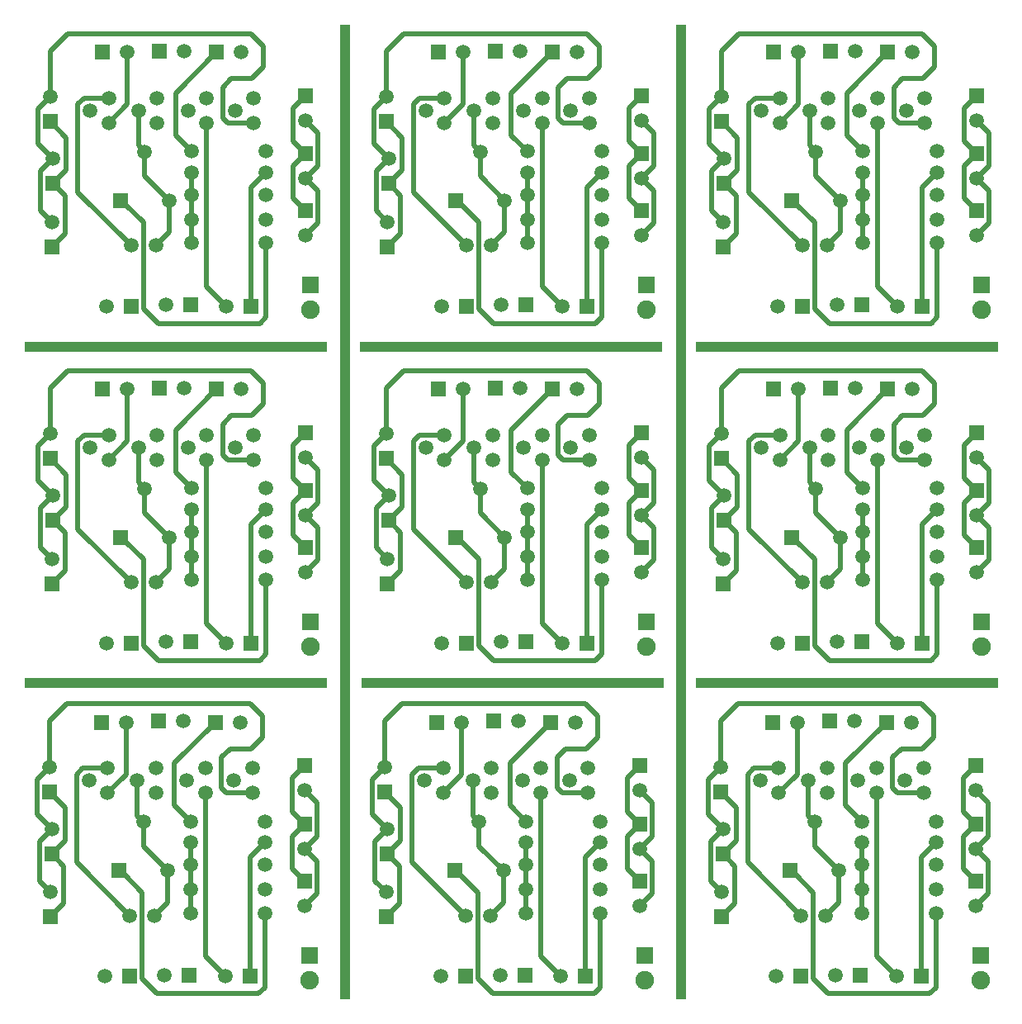
<source format=gtl>
G04 Layer_Physical_Order=1*
G04 Layer_Color=255*
%FSLAX25Y25*%
%MOIN*%
G70*
G01*
G75*
%ADD10C,0.02000*%
%ADD11R,1.22047X0.03937*%
%ADD12R,0.03937X3.93701*%
%ADD13C,0.05905*%
%ADD14R,0.05905X0.05905*%
%ADD15R,0.05905X0.05905*%
%ADD16C,0.07480*%
%ADD17R,0.07087X0.07087*%
%ADD18C,0.05937*%
%ADD19R,0.05937X0.05937*%
G36*
X368171Y370512D02*
X369604Y368948D01*
X369512Y366829D01*
X367948Y365395D01*
X365829Y365488D01*
X364395Y367052D01*
X364488Y369171D01*
X366052Y370604D01*
X368171Y370512D01*
D02*
G37*
G36*
X349171D02*
X350605Y368948D01*
X350512Y366829D01*
X348948Y365395D01*
X346829Y365488D01*
X345395Y367052D01*
X345488Y369171D01*
X347052Y370604D01*
X349171Y370512D01*
D02*
G37*
G36*
X329171D02*
X330605Y368948D01*
X330512Y366829D01*
X328948Y365395D01*
X326829Y365488D01*
X325395Y367052D01*
X325488Y369171D01*
X327052Y370604D01*
X329171Y370512D01*
D02*
G37*
G36*
X309671D02*
X311104Y368948D01*
X311012Y366829D01*
X309448Y365395D01*
X307329Y365488D01*
X305895Y367052D01*
X305988Y369171D01*
X307552Y370604D01*
X309671Y370512D01*
D02*
G37*
G36*
X232671D02*
X234104Y368948D01*
X234012Y366829D01*
X232448Y365395D01*
X230329Y365488D01*
X228895Y367052D01*
X228988Y369171D01*
X230552Y370604D01*
X232671Y370512D01*
D02*
G37*
G36*
X213671D02*
X215105Y368948D01*
X215012Y366829D01*
X213448Y365395D01*
X211329Y365488D01*
X209895Y367052D01*
X209988Y369171D01*
X211552Y370604D01*
X213671Y370512D01*
D02*
G37*
G36*
X193671D02*
X195105Y368948D01*
X195012Y366829D01*
X193448Y365395D01*
X191329Y365488D01*
X189895Y367052D01*
X189988Y369171D01*
X191552Y370604D01*
X193671Y370512D01*
D02*
G37*
G36*
X174171D02*
X175604Y368948D01*
X175512Y366829D01*
X173948Y365395D01*
X171829Y365488D01*
X170396Y367052D01*
X170488Y369171D01*
X172052Y370604D01*
X174171Y370512D01*
D02*
G37*
G36*
X97171D02*
X98605Y368948D01*
X98512Y366829D01*
X96948Y365395D01*
X94829Y365488D01*
X93396Y367052D01*
X93488Y369171D01*
X95052Y370604D01*
X97171Y370512D01*
D02*
G37*
G36*
X78171D02*
X79605Y368948D01*
X79512Y366829D01*
X77948Y365395D01*
X75829Y365488D01*
X74396Y367052D01*
X74488Y369171D01*
X76052Y370604D01*
X78171Y370512D01*
D02*
G37*
G36*
X58171D02*
X59605Y368948D01*
X59512Y366829D01*
X57948Y365395D01*
X55829Y365488D01*
X54396Y367052D01*
X54488Y369171D01*
X56052Y370604D01*
X58171Y370512D01*
D02*
G37*
G36*
X38671D02*
X40104Y368948D01*
X40012Y366829D01*
X38448Y365395D01*
X36329Y365488D01*
X34896Y367052D01*
X34988Y369171D01*
X36552Y370604D01*
X38671Y370512D01*
D02*
G37*
G36*
X360671Y365512D02*
X362105Y363948D01*
X362012Y361829D01*
X360448Y360396D01*
X358329Y360488D01*
X356895Y362052D01*
X356988Y364171D01*
X358552Y365604D01*
X360671Y365512D01*
D02*
G37*
G36*
X341671D02*
X343105Y363948D01*
X343012Y361829D01*
X341448Y360396D01*
X339329Y360488D01*
X337895Y362052D01*
X337988Y364171D01*
X339552Y365604D01*
X341671Y365512D01*
D02*
G37*
G36*
X321671D02*
X323105Y363948D01*
X323012Y361829D01*
X321448Y360396D01*
X319329Y360488D01*
X317896Y362052D01*
X317988Y364171D01*
X319552Y365604D01*
X321671Y365512D01*
D02*
G37*
G36*
X302171D02*
X303605Y363948D01*
X303512Y361829D01*
X301948Y360396D01*
X299829Y360488D01*
X298395Y362052D01*
X298488Y364171D01*
X300052Y365604D01*
X302171Y365512D01*
D02*
G37*
G36*
X225171D02*
X226605Y363948D01*
X226512Y361829D01*
X224948Y360396D01*
X222829Y360488D01*
X221395Y362052D01*
X221488Y364171D01*
X223052Y365604D01*
X225171Y365512D01*
D02*
G37*
G36*
X206171D02*
X207605Y363948D01*
X207512Y361829D01*
X205948Y360396D01*
X203829Y360488D01*
X202396Y362052D01*
X202488Y364171D01*
X204052Y365604D01*
X206171Y365512D01*
D02*
G37*
G36*
X186171D02*
X187604Y363948D01*
X187512Y361829D01*
X185948Y360396D01*
X183829Y360488D01*
X182396Y362052D01*
X182488Y364171D01*
X184052Y365604D01*
X186171Y365512D01*
D02*
G37*
G36*
X166671D02*
X168105Y363948D01*
X168012Y361829D01*
X166448Y360396D01*
X164329Y360488D01*
X162896Y362052D01*
X162988Y364171D01*
X164552Y365604D01*
X166671Y365512D01*
D02*
G37*
G36*
X89671D02*
X91105Y363948D01*
X91012Y361829D01*
X89448Y360396D01*
X87329Y360488D01*
X85896Y362052D01*
X85988Y364171D01*
X87552Y365604D01*
X89671Y365512D01*
D02*
G37*
G36*
X70671D02*
X72105Y363948D01*
X72012Y361829D01*
X70448Y360396D01*
X68329Y360488D01*
X66896Y362052D01*
X66988Y364171D01*
X68552Y365604D01*
X70671Y365512D01*
D02*
G37*
G36*
X50671D02*
X52105Y363948D01*
X52012Y361829D01*
X50448Y360396D01*
X48329Y360488D01*
X46896Y362052D01*
X46988Y364171D01*
X48552Y365604D01*
X50671Y365512D01*
D02*
G37*
G36*
X31171D02*
X32605Y363948D01*
X32512Y361829D01*
X30948Y360396D01*
X28829Y360488D01*
X27395Y362052D01*
X27488Y364171D01*
X29052Y365604D01*
X31171Y365512D01*
D02*
G37*
G36*
X368171Y360512D02*
X369604Y358948D01*
X369512Y356829D01*
X367948Y355396D01*
X365829Y355488D01*
X364395Y357052D01*
X364488Y359171D01*
X366052Y360605D01*
X368171Y360512D01*
D02*
G37*
G36*
X349171D02*
X350605Y358948D01*
X350512Y356829D01*
X348948Y355396D01*
X346829Y355488D01*
X345395Y357052D01*
X345488Y359171D01*
X347052Y360605D01*
X349171Y360512D01*
D02*
G37*
G36*
X329171D02*
X330605Y358948D01*
X330512Y356829D01*
X328948Y355396D01*
X326829Y355488D01*
X325395Y357052D01*
X325488Y359171D01*
X327052Y360605D01*
X329171Y360512D01*
D02*
G37*
G36*
X309671D02*
X311104Y358948D01*
X311012Y356829D01*
X309448Y355396D01*
X307329Y355488D01*
X305895Y357052D01*
X305988Y359171D01*
X307552Y360605D01*
X309671Y360512D01*
D02*
G37*
G36*
X232671D02*
X234104Y358948D01*
X234012Y356829D01*
X232448Y355396D01*
X230329Y355488D01*
X228895Y357052D01*
X228988Y359171D01*
X230552Y360605D01*
X232671Y360512D01*
D02*
G37*
G36*
X213671D02*
X215105Y358948D01*
X215012Y356829D01*
X213448Y355396D01*
X211329Y355488D01*
X209895Y357052D01*
X209988Y359171D01*
X211552Y360605D01*
X213671Y360512D01*
D02*
G37*
G36*
X193671D02*
X195105Y358948D01*
X195012Y356829D01*
X193448Y355396D01*
X191329Y355488D01*
X189895Y357052D01*
X189988Y359171D01*
X191552Y360605D01*
X193671Y360512D01*
D02*
G37*
G36*
X174171D02*
X175604Y358948D01*
X175512Y356829D01*
X173948Y355396D01*
X171829Y355488D01*
X170396Y357052D01*
X170488Y359171D01*
X172052Y360605D01*
X174171Y360512D01*
D02*
G37*
G36*
X97171D02*
X98605Y358948D01*
X98512Y356829D01*
X96948Y355396D01*
X94829Y355488D01*
X93396Y357052D01*
X93488Y359171D01*
X95052Y360605D01*
X97171Y360512D01*
D02*
G37*
G36*
X78171D02*
X79605Y358948D01*
X79512Y356829D01*
X77948Y355396D01*
X75829Y355488D01*
X74396Y357052D01*
X74488Y359171D01*
X76052Y360605D01*
X78171Y360512D01*
D02*
G37*
G36*
X58171D02*
X59605Y358948D01*
X59512Y356829D01*
X57948Y355396D01*
X55829Y355488D01*
X54396Y357052D01*
X54488Y359171D01*
X56052Y360605D01*
X58171Y360512D01*
D02*
G37*
G36*
X38671D02*
X40104Y358948D01*
X40012Y356829D01*
X38448Y355396D01*
X36329Y355488D01*
X34896Y357052D01*
X34988Y359171D01*
X36552Y360605D01*
X38671Y360512D01*
D02*
G37*
G36*
X368171Y234512D02*
X369604Y232948D01*
X369512Y230829D01*
X367948Y229396D01*
X365829Y229488D01*
X364395Y231052D01*
X364488Y233171D01*
X366052Y234605D01*
X368171Y234512D01*
D02*
G37*
G36*
X349171D02*
X350605Y232948D01*
X350512Y230829D01*
X348948Y229396D01*
X346829Y229488D01*
X345395Y231052D01*
X345488Y233171D01*
X347052Y234605D01*
X349171Y234512D01*
D02*
G37*
G36*
X329171D02*
X330605Y232948D01*
X330512Y230829D01*
X328948Y229396D01*
X326829Y229488D01*
X325395Y231052D01*
X325488Y233171D01*
X327052Y234605D01*
X329171Y234512D01*
D02*
G37*
G36*
X309671D02*
X311104Y232948D01*
X311012Y230829D01*
X309448Y229396D01*
X307329Y229488D01*
X305895Y231052D01*
X305988Y233171D01*
X307552Y234605D01*
X309671Y234512D01*
D02*
G37*
G36*
X232671D02*
X234104Y232948D01*
X234012Y230829D01*
X232448Y229396D01*
X230329Y229488D01*
X228895Y231052D01*
X228988Y233171D01*
X230552Y234605D01*
X232671Y234512D01*
D02*
G37*
G36*
X213671D02*
X215105Y232948D01*
X215012Y230829D01*
X213448Y229396D01*
X211329Y229488D01*
X209895Y231052D01*
X209988Y233171D01*
X211552Y234605D01*
X213671Y234512D01*
D02*
G37*
G36*
X193671D02*
X195105Y232948D01*
X195012Y230829D01*
X193448Y229396D01*
X191329Y229488D01*
X189895Y231052D01*
X189988Y233171D01*
X191552Y234605D01*
X193671Y234512D01*
D02*
G37*
G36*
X174171D02*
X175604Y232948D01*
X175512Y230829D01*
X173948Y229396D01*
X171829Y229488D01*
X170396Y231052D01*
X170488Y233171D01*
X172052Y234605D01*
X174171Y234512D01*
D02*
G37*
G36*
X97171D02*
X98605Y232948D01*
X98512Y230829D01*
X96948Y229396D01*
X94829Y229488D01*
X93396Y231052D01*
X93488Y233171D01*
X95052Y234605D01*
X97171Y234512D01*
D02*
G37*
G36*
X78171D02*
X79605Y232948D01*
X79512Y230829D01*
X77948Y229396D01*
X75829Y229488D01*
X74396Y231052D01*
X74488Y233171D01*
X76052Y234605D01*
X78171Y234512D01*
D02*
G37*
G36*
X58171D02*
X59605Y232948D01*
X59512Y230829D01*
X57948Y229396D01*
X55829Y229488D01*
X54396Y231052D01*
X54488Y233171D01*
X56052Y234605D01*
X58171Y234512D01*
D02*
G37*
G36*
X38671D02*
X40104Y232948D01*
X40012Y230829D01*
X38448Y229396D01*
X36329Y229488D01*
X34896Y231052D01*
X34988Y233171D01*
X36552Y234605D01*
X38671Y234512D01*
D02*
G37*
G36*
X360671Y229512D02*
X362105Y227948D01*
X362012Y225829D01*
X360448Y224395D01*
X358329Y224488D01*
X356895Y226052D01*
X356988Y228171D01*
X358552Y229605D01*
X360671Y229512D01*
D02*
G37*
G36*
X341671D02*
X343105Y227948D01*
X343012Y225829D01*
X341448Y224395D01*
X339329Y224488D01*
X337895Y226052D01*
X337988Y228171D01*
X339552Y229605D01*
X341671Y229512D01*
D02*
G37*
G36*
X321671D02*
X323105Y227948D01*
X323012Y225829D01*
X321448Y224395D01*
X319329Y224488D01*
X317896Y226052D01*
X317988Y228171D01*
X319552Y229605D01*
X321671Y229512D01*
D02*
G37*
G36*
X302171D02*
X303605Y227948D01*
X303512Y225829D01*
X301948Y224395D01*
X299829Y224488D01*
X298395Y226052D01*
X298488Y228171D01*
X300052Y229605D01*
X302171Y229512D01*
D02*
G37*
G36*
X225171D02*
X226605Y227948D01*
X226512Y225829D01*
X224948Y224395D01*
X222829Y224488D01*
X221395Y226052D01*
X221488Y228171D01*
X223052Y229605D01*
X225171Y229512D01*
D02*
G37*
G36*
X206171D02*
X207605Y227948D01*
X207512Y225829D01*
X205948Y224395D01*
X203829Y224488D01*
X202396Y226052D01*
X202488Y228171D01*
X204052Y229605D01*
X206171Y229512D01*
D02*
G37*
G36*
X186171D02*
X187604Y227948D01*
X187512Y225829D01*
X185948Y224395D01*
X183829Y224488D01*
X182396Y226052D01*
X182488Y228171D01*
X184052Y229605D01*
X186171Y229512D01*
D02*
G37*
G36*
X166671D02*
X168105Y227948D01*
X168012Y225829D01*
X166448Y224395D01*
X164329Y224488D01*
X162896Y226052D01*
X162988Y228171D01*
X164552Y229605D01*
X166671Y229512D01*
D02*
G37*
G36*
X89671D02*
X91105Y227948D01*
X91012Y225829D01*
X89448Y224395D01*
X87329Y224488D01*
X85896Y226052D01*
X85988Y228171D01*
X87552Y229605D01*
X89671Y229512D01*
D02*
G37*
G36*
X70671D02*
X72105Y227948D01*
X72012Y225829D01*
X70448Y224395D01*
X68329Y224488D01*
X66896Y226052D01*
X66988Y228171D01*
X68552Y229605D01*
X70671Y229512D01*
D02*
G37*
G36*
X50671D02*
X52105Y227948D01*
X52012Y225829D01*
X50448Y224395D01*
X48329Y224488D01*
X46896Y226052D01*
X46988Y228171D01*
X48552Y229605D01*
X50671Y229512D01*
D02*
G37*
G36*
X31171D02*
X32605Y227948D01*
X32512Y225829D01*
X30948Y224395D01*
X28829Y224488D01*
X27395Y226052D01*
X27488Y228171D01*
X29052Y229605D01*
X31171Y229512D01*
D02*
G37*
G36*
X368171Y224512D02*
X369604Y222948D01*
X369512Y220829D01*
X367948Y219395D01*
X365829Y219488D01*
X364395Y221052D01*
X364488Y223171D01*
X366052Y224605D01*
X368171Y224512D01*
D02*
G37*
G36*
X349171D02*
X350605Y222948D01*
X350512Y220829D01*
X348948Y219395D01*
X346829Y219488D01*
X345395Y221052D01*
X345488Y223171D01*
X347052Y224605D01*
X349171Y224512D01*
D02*
G37*
G36*
X329171D02*
X330605Y222948D01*
X330512Y220829D01*
X328948Y219395D01*
X326829Y219488D01*
X325395Y221052D01*
X325488Y223171D01*
X327052Y224605D01*
X329171Y224512D01*
D02*
G37*
G36*
X309671D02*
X311104Y222948D01*
X311012Y220829D01*
X309448Y219395D01*
X307329Y219488D01*
X305895Y221052D01*
X305988Y223171D01*
X307552Y224605D01*
X309671Y224512D01*
D02*
G37*
G36*
X232671D02*
X234104Y222948D01*
X234012Y220829D01*
X232448Y219395D01*
X230329Y219488D01*
X228895Y221052D01*
X228988Y223171D01*
X230552Y224605D01*
X232671Y224512D01*
D02*
G37*
G36*
X213671D02*
X215105Y222948D01*
X215012Y220829D01*
X213448Y219395D01*
X211329Y219488D01*
X209895Y221052D01*
X209988Y223171D01*
X211552Y224605D01*
X213671Y224512D01*
D02*
G37*
G36*
X193671D02*
X195105Y222948D01*
X195012Y220829D01*
X193448Y219395D01*
X191329Y219488D01*
X189895Y221052D01*
X189988Y223171D01*
X191552Y224605D01*
X193671Y224512D01*
D02*
G37*
G36*
X174171D02*
X175604Y222948D01*
X175512Y220829D01*
X173948Y219395D01*
X171829Y219488D01*
X170396Y221052D01*
X170488Y223171D01*
X172052Y224605D01*
X174171Y224512D01*
D02*
G37*
G36*
X97171D02*
X98605Y222948D01*
X98512Y220829D01*
X96948Y219395D01*
X94829Y219488D01*
X93396Y221052D01*
X93488Y223171D01*
X95052Y224605D01*
X97171Y224512D01*
D02*
G37*
G36*
X78171D02*
X79605Y222948D01*
X79512Y220829D01*
X77948Y219395D01*
X75829Y219488D01*
X74396Y221052D01*
X74488Y223171D01*
X76052Y224605D01*
X78171Y224512D01*
D02*
G37*
G36*
X58171D02*
X59605Y222948D01*
X59512Y220829D01*
X57948Y219395D01*
X55829Y219488D01*
X54396Y221052D01*
X54488Y223171D01*
X56052Y224605D01*
X58171Y224512D01*
D02*
G37*
G36*
X38671D02*
X40104Y222948D01*
X40012Y220829D01*
X38448Y219395D01*
X36329Y219488D01*
X34896Y221052D01*
X34988Y223171D01*
X36552Y224605D01*
X38671Y224512D01*
D02*
G37*
G36*
X367671Y100012D02*
X369105Y98448D01*
X369012Y96329D01*
X367448Y94895D01*
X365329Y94988D01*
X363896Y96552D01*
X363988Y98671D01*
X365552Y100104D01*
X367671Y100012D01*
D02*
G37*
G36*
X348671D02*
X350104Y98448D01*
X350012Y96329D01*
X348448Y94895D01*
X346329Y94988D01*
X344896Y96552D01*
X344988Y98671D01*
X346552Y100104D01*
X348671Y100012D01*
D02*
G37*
G36*
X328671D02*
X330104Y98448D01*
X330012Y96329D01*
X328448Y94895D01*
X326329Y94988D01*
X324896Y96552D01*
X324988Y98671D01*
X326552Y100104D01*
X328671Y100012D01*
D02*
G37*
G36*
X309171D02*
X310605Y98448D01*
X310512Y96329D01*
X308948Y94895D01*
X306829Y94988D01*
X305396Y96552D01*
X305488Y98671D01*
X307052Y100104D01*
X309171Y100012D01*
D02*
G37*
G36*
X232171D02*
X233605Y98448D01*
X233512Y96329D01*
X231948Y94895D01*
X229829Y94988D01*
X228396Y96552D01*
X228488Y98671D01*
X230052Y100104D01*
X232171Y100012D01*
D02*
G37*
G36*
X213171D02*
X214604Y98448D01*
X214512Y96329D01*
X212948Y94895D01*
X210829Y94988D01*
X209396Y96552D01*
X209488Y98671D01*
X211052Y100104D01*
X213171Y100012D01*
D02*
G37*
G36*
X193171D02*
X194605Y98448D01*
X194512Y96329D01*
X192948Y94895D01*
X190829Y94988D01*
X189395Y96552D01*
X189488Y98671D01*
X191052Y100104D01*
X193171Y100012D01*
D02*
G37*
G36*
X173671D02*
X175104Y98448D01*
X175012Y96329D01*
X173448Y94895D01*
X171329Y94988D01*
X169896Y96552D01*
X169988Y98671D01*
X171552Y100104D01*
X173671Y100012D01*
D02*
G37*
G36*
X96671D02*
X98105Y98448D01*
X98012Y96329D01*
X96448Y94895D01*
X94329Y94988D01*
X92896Y96552D01*
X92988Y98671D01*
X94552Y100104D01*
X96671Y100012D01*
D02*
G37*
G36*
X77671D02*
X79105Y98448D01*
X79012Y96329D01*
X77448Y94895D01*
X75329Y94988D01*
X73896Y96552D01*
X73988Y98671D01*
X75552Y100104D01*
X77671Y100012D01*
D02*
G37*
G36*
X57671D02*
X59105Y98448D01*
X59012Y96329D01*
X57448Y94895D01*
X55329Y94988D01*
X53895Y96552D01*
X53988Y98671D01*
X55552Y100104D01*
X57671Y100012D01*
D02*
G37*
G36*
X38171D02*
X39604Y98448D01*
X39512Y96329D01*
X37948Y94895D01*
X35829Y94988D01*
X34396Y96552D01*
X34488Y98671D01*
X36052Y100104D01*
X38171Y100012D01*
D02*
G37*
G36*
X360171Y95012D02*
X361604Y93448D01*
X361512Y91329D01*
X359948Y89895D01*
X357829Y89988D01*
X356396Y91552D01*
X356488Y93671D01*
X358052Y95104D01*
X360171Y95012D01*
D02*
G37*
G36*
X341171D02*
X342604Y93448D01*
X342512Y91329D01*
X340948Y89895D01*
X338829Y89988D01*
X337396Y91552D01*
X337488Y93671D01*
X339052Y95104D01*
X341171Y95012D01*
D02*
G37*
G36*
X321171D02*
X322604Y93448D01*
X322512Y91329D01*
X320948Y89895D01*
X318829Y89988D01*
X317395Y91552D01*
X317488Y93671D01*
X319052Y95104D01*
X321171Y95012D01*
D02*
G37*
G36*
X301671D02*
X303104Y93448D01*
X303012Y91329D01*
X301448Y89895D01*
X299329Y89988D01*
X297896Y91552D01*
X297988Y93671D01*
X299552Y95104D01*
X301671Y95012D01*
D02*
G37*
G36*
X224671D02*
X226104Y93448D01*
X226012Y91329D01*
X224448Y89895D01*
X222329Y89988D01*
X220896Y91552D01*
X220988Y93671D01*
X222552Y95104D01*
X224671Y95012D01*
D02*
G37*
G36*
X205671D02*
X207104Y93448D01*
X207012Y91329D01*
X205448Y89895D01*
X203329Y89988D01*
X201895Y91552D01*
X201988Y93671D01*
X203552Y95104D01*
X205671Y95012D01*
D02*
G37*
G36*
X185671D02*
X187104Y93448D01*
X187012Y91329D01*
X185448Y89895D01*
X183329Y89988D01*
X181895Y91552D01*
X181988Y93671D01*
X183552Y95104D01*
X185671Y95012D01*
D02*
G37*
G36*
X166171D02*
X167604Y93448D01*
X167512Y91329D01*
X165948Y89895D01*
X163829Y89988D01*
X162396Y91552D01*
X162488Y93671D01*
X164052Y95104D01*
X166171Y95012D01*
D02*
G37*
G36*
X89171D02*
X90605Y93448D01*
X90512Y91329D01*
X88948Y89895D01*
X86829Y89988D01*
X85395Y91552D01*
X85488Y93671D01*
X87052Y95104D01*
X89171Y95012D01*
D02*
G37*
G36*
X70171D02*
X71605Y93448D01*
X71512Y91329D01*
X69948Y89895D01*
X67829Y89988D01*
X66395Y91552D01*
X66488Y93671D01*
X68052Y95104D01*
X70171Y95012D01*
D02*
G37*
G36*
X50171D02*
X51604Y93448D01*
X51512Y91329D01*
X49948Y89895D01*
X47829Y89988D01*
X46395Y91552D01*
X46488Y93671D01*
X48052Y95104D01*
X50171Y95012D01*
D02*
G37*
G36*
X30671D02*
X32105Y93448D01*
X32012Y91329D01*
X30448Y89895D01*
X28329Y89988D01*
X26895Y91552D01*
X26988Y93671D01*
X28552Y95104D01*
X30671Y95012D01*
D02*
G37*
G36*
X367671Y90012D02*
X369105Y88448D01*
X369012Y86329D01*
X367448Y84895D01*
X365329Y84988D01*
X363896Y86552D01*
X363988Y88671D01*
X365552Y90105D01*
X367671Y90012D01*
D02*
G37*
G36*
X348671D02*
X350104Y88448D01*
X350012Y86329D01*
X348448Y84895D01*
X346329Y84988D01*
X344896Y86552D01*
X344988Y88671D01*
X346552Y90105D01*
X348671Y90012D01*
D02*
G37*
G36*
X328671D02*
X330104Y88448D01*
X330012Y86329D01*
X328448Y84895D01*
X326329Y84988D01*
X324896Y86552D01*
X324988Y88671D01*
X326552Y90105D01*
X328671Y90012D01*
D02*
G37*
G36*
X309171D02*
X310605Y88448D01*
X310512Y86329D01*
X308948Y84895D01*
X306829Y84988D01*
X305396Y86552D01*
X305488Y88671D01*
X307052Y90105D01*
X309171Y90012D01*
D02*
G37*
G36*
X232171D02*
X233605Y88448D01*
X233512Y86329D01*
X231948Y84895D01*
X229829Y84988D01*
X228396Y86552D01*
X228488Y88671D01*
X230052Y90105D01*
X232171Y90012D01*
D02*
G37*
G36*
X213171D02*
X214604Y88448D01*
X214512Y86329D01*
X212948Y84895D01*
X210829Y84988D01*
X209396Y86552D01*
X209488Y88671D01*
X211052Y90105D01*
X213171Y90012D01*
D02*
G37*
G36*
X193171D02*
X194605Y88448D01*
X194512Y86329D01*
X192948Y84895D01*
X190829Y84988D01*
X189395Y86552D01*
X189488Y88671D01*
X191052Y90105D01*
X193171Y90012D01*
D02*
G37*
G36*
X173671D02*
X175104Y88448D01*
X175012Y86329D01*
X173448Y84895D01*
X171329Y84988D01*
X169896Y86552D01*
X169988Y88671D01*
X171552Y90105D01*
X173671Y90012D01*
D02*
G37*
G36*
X96671D02*
X98105Y88448D01*
X98012Y86329D01*
X96448Y84895D01*
X94329Y84988D01*
X92896Y86552D01*
X92988Y88671D01*
X94552Y90105D01*
X96671Y90012D01*
D02*
G37*
G36*
X77671D02*
X79105Y88448D01*
X79012Y86329D01*
X77448Y84895D01*
X75329Y84988D01*
X73896Y86552D01*
X73988Y88671D01*
X75552Y90105D01*
X77671Y90012D01*
D02*
G37*
G36*
X57671D02*
X59105Y88448D01*
X59012Y86329D01*
X57448Y84895D01*
X55329Y84988D01*
X53895Y86552D01*
X53988Y88671D01*
X55552Y90105D01*
X57671Y90012D01*
D02*
G37*
G36*
X38171D02*
X39604Y88448D01*
X39512Y86329D01*
X37948Y84895D01*
X35829Y84988D01*
X34396Y86552D01*
X34488Y88671D01*
X36052Y90105D01*
X38171Y90012D01*
D02*
G37*
D10*
X117000Y199500D02*
X122000Y194500D01*
Y204500D02*
Y218000D01*
X19900Y177400D02*
Y192600D01*
X9000Y227500D02*
X14000Y232500D01*
X9000Y213500D02*
Y227500D01*
X64500Y217000D02*
X71000Y210500D01*
X64500Y217000D02*
Y234000D01*
X81000Y250500D01*
X51500Y147000D02*
Y181815D01*
Y147000D02*
X57500Y141000D01*
X98500D02*
X101000Y143500D01*
X25000Y229500D02*
X27500Y232000D01*
X25000Y194000D02*
Y229500D01*
X14000Y222500D02*
X20400Y216100D01*
Y202900D02*
Y216100D01*
X15000Y197500D02*
X20400Y202900D01*
X45000Y229500D02*
Y250500D01*
X37500Y222000D02*
X45000Y229500D01*
X77000Y156000D02*
X85000Y148000D01*
X14000Y232500D02*
Y251000D01*
X83500Y224000D02*
Y236400D01*
X87000Y239900D01*
X14000Y251000D02*
X21000Y258000D01*
X95000D01*
X95400Y239900D02*
X100000Y244500D01*
X87000Y239900D02*
X95400D01*
X61843Y177843D02*
Y190657D01*
X42157D02*
X43815Y189000D01*
X44315D02*
X51500Y181815D01*
X56500Y172500D02*
X61843Y177843D01*
X49500Y212843D02*
X52000Y210343D01*
Y200500D02*
Y210343D01*
Y200500D02*
X61843Y190657D01*
X49500Y212843D02*
Y227000D01*
X95000Y258000D02*
X100000Y253000D01*
Y244500D02*
Y253000D01*
X83500Y224000D02*
X85500Y222000D01*
X96000D01*
X10000Y202500D02*
X15000Y207500D01*
X9000Y213500D02*
X15000Y207500D01*
X10000Y186500D02*
X14500Y182000D01*
X10000Y186500D02*
Y202500D01*
X77000Y156000D02*
Y222000D01*
X71000Y193000D02*
Y202000D01*
Y173500D02*
Y183000D01*
Y193000D01*
X15000Y197500D02*
X19900Y192600D01*
X14500Y172000D02*
X19900Y177400D01*
X27500Y232000D02*
X37500D01*
X25000Y194000D02*
X46500Y172500D01*
X112000Y214500D02*
X117000Y209500D01*
X112000Y228000D02*
X117000Y233000D01*
X112000Y204500D02*
X117000Y209500D01*
X112000Y191500D02*
Y204500D01*
Y214500D02*
Y228000D01*
Y191500D02*
X117000Y186500D01*
X95000Y196000D02*
X101000Y202000D01*
X95000Y148000D02*
Y196000D01*
X117000Y223000D02*
X122000Y218000D01*
X117000Y199500D02*
X122000Y204500D01*
Y181500D02*
Y194500D01*
X117000Y176500D02*
X122000Y181500D01*
X101000Y143500D02*
Y173500D01*
X57500Y141000D02*
X98500D01*
X43815Y189000D02*
X44315D01*
X327500Y172500D02*
X332843Y177843D01*
X323000Y200500D02*
Y210343D01*
Y200500D02*
X332843Y190657D01*
X315315Y189000D02*
X322500Y181815D01*
X314815Y189000D02*
X315315D01*
X313157Y190657D02*
X314815Y189000D01*
X332843Y177843D02*
Y190657D01*
X320500Y212843D02*
X323000Y210343D01*
X358000Y239900D02*
X366400D01*
X371000Y244500D01*
Y253000D01*
X366000Y258000D02*
X371000Y253000D01*
X292000Y258000D02*
X366000D01*
X285000Y251000D02*
X292000Y258000D01*
X354500Y236400D02*
X358000Y239900D01*
X356500Y222000D02*
X367000D01*
X354500Y224000D02*
X356500Y222000D01*
X354500Y224000D02*
Y236400D01*
X285000Y232500D02*
Y251000D01*
X348000Y156000D02*
Y222000D01*
Y156000D02*
X356000Y148000D01*
X308500Y222000D02*
X316000Y229500D01*
Y250500D01*
X286000Y197500D02*
X291400Y202900D01*
Y216100D01*
X285000Y222500D02*
X291400Y216100D01*
X383000Y214500D02*
X388000Y209500D01*
X383000Y214500D02*
Y228000D01*
X388000Y233000D01*
X320500Y212843D02*
Y227000D01*
X296000Y194000D02*
X317500Y172500D01*
X296000Y194000D02*
Y229500D01*
X298500Y232000D01*
X308500D01*
X372000Y143500D02*
Y173500D01*
X369500Y141000D02*
X372000Y143500D01*
X328500Y141000D02*
X369500D01*
X322500Y147000D02*
X328500Y141000D01*
X322500Y147000D02*
Y181815D01*
X335500Y234000D02*
X352000Y250500D01*
X335500Y217000D02*
Y234000D01*
Y217000D02*
X342000Y210500D01*
X366000Y148000D02*
Y196000D01*
X372000Y202000D01*
X280000Y213500D02*
X286000Y207500D01*
X280000Y213500D02*
Y227500D01*
X285000Y232500D01*
X285500Y172000D02*
X290900Y177400D01*
Y192600D01*
X286000Y197500D02*
X290900Y192600D01*
X281000Y202500D02*
X286000Y207500D01*
X281000Y186500D02*
Y202500D01*
Y186500D02*
X285500Y182000D01*
X383000Y191500D02*
X388000Y186500D01*
X383000Y191500D02*
Y204500D01*
X388000Y209500D01*
Y223000D02*
X393000Y218000D01*
Y204500D02*
Y218000D01*
X388000Y199500D02*
X393000Y204500D01*
X388000Y199500D02*
X393000Y194500D01*
Y181500D02*
Y194500D01*
X388000Y176500D02*
X393000Y181500D01*
X342000Y193000D02*
Y202000D01*
Y183000D02*
Y193000D01*
Y173500D02*
Y183000D01*
X192000Y172500D02*
X197343Y177843D01*
X187500Y200500D02*
Y210343D01*
Y200500D02*
X197343Y190657D01*
X179815Y189000D02*
X187000Y181815D01*
X179315Y189000D02*
X179815D01*
X177657Y190657D02*
X179315Y189000D01*
X197343Y177843D02*
Y190657D01*
X185000Y212843D02*
X187500Y210343D01*
X222500Y239900D02*
X230900D01*
X235500Y244500D01*
Y253000D01*
X230500Y258000D02*
X235500Y253000D01*
X156500Y258000D02*
X230500D01*
X149500Y251000D02*
X156500Y258000D01*
X219000Y236400D02*
X222500Y239900D01*
X221000Y222000D02*
X231500D01*
X219000Y224000D02*
X221000Y222000D01*
X219000Y224000D02*
Y236400D01*
X149500Y232500D02*
Y251000D01*
X212500Y156000D02*
Y222000D01*
Y156000D02*
X220500Y148000D01*
X173000Y222000D02*
X180500Y229500D01*
Y250500D01*
X150500Y197500D02*
X155900Y202900D01*
Y216100D01*
X149500Y222500D02*
X155900Y216100D01*
X247500Y214500D02*
X252500Y209500D01*
X247500Y214500D02*
Y228000D01*
X252500Y233000D01*
X185000Y212843D02*
Y227000D01*
X160500Y194000D02*
X182000Y172500D01*
X160500Y194000D02*
Y229500D01*
X163000Y232000D01*
X173000D01*
X236500Y143500D02*
Y173500D01*
X234000Y141000D02*
X236500Y143500D01*
X193000Y141000D02*
X234000D01*
X187000Y147000D02*
X193000Y141000D01*
X187000Y147000D02*
Y181815D01*
X200000Y234000D02*
X216500Y250500D01*
X200000Y217000D02*
Y234000D01*
Y217000D02*
X206500Y210500D01*
X230500Y148000D02*
Y196000D01*
X236500Y202000D01*
X144500Y213500D02*
X150500Y207500D01*
X144500Y213500D02*
Y227500D01*
X149500Y232500D01*
X150000Y172000D02*
X155400Y177400D01*
Y192600D01*
X150500Y197500D02*
X155400Y192600D01*
X145500Y202500D02*
X150500Y207500D01*
X145500Y186500D02*
Y202500D01*
Y186500D02*
X150000Y182000D01*
X247500Y191500D02*
X252500Y186500D01*
X247500Y191500D02*
Y204500D01*
X252500Y209500D01*
Y223000D02*
X257500Y218000D01*
Y204500D02*
Y218000D01*
X252500Y199500D02*
X257500Y204500D01*
X252500Y199500D02*
X257500Y194500D01*
Y181500D02*
Y194500D01*
X252500Y176500D02*
X257500Y181500D01*
X206500Y193000D02*
Y202000D01*
Y183000D02*
Y193000D01*
Y173500D02*
Y183000D01*
X117000Y335500D02*
X122000Y330500D01*
Y340500D02*
Y354000D01*
X19900Y313400D02*
Y328600D01*
X9000Y363500D02*
X14000Y368500D01*
X9000Y349500D02*
Y363500D01*
X64500Y353000D02*
X71000Y346500D01*
X64500Y353000D02*
Y370000D01*
X81000Y386500D01*
X51500Y283000D02*
Y317815D01*
Y283000D02*
X57500Y277000D01*
X98500D02*
X101000Y279500D01*
X25000Y365500D02*
X27500Y368000D01*
X25000Y330000D02*
Y365500D01*
X14000Y358500D02*
X20400Y352100D01*
Y338900D02*
Y352100D01*
X15000Y333500D02*
X20400Y338900D01*
X45000Y365500D02*
Y386500D01*
X37500Y358000D02*
X45000Y365500D01*
X77000Y292000D02*
X85000Y284000D01*
X14000Y368500D02*
Y387000D01*
X83500Y360000D02*
Y372400D01*
X87000Y375900D01*
X14000Y387000D02*
X21000Y394000D01*
X95000D01*
X95400Y375900D02*
X100000Y380500D01*
X87000Y375900D02*
X95400D01*
X61843Y313843D02*
Y326657D01*
X42157D02*
X43815Y325000D01*
X44315D02*
X51500Y317815D01*
X56500Y308500D02*
X61843Y313843D01*
X49500Y348843D02*
X52000Y346343D01*
Y336500D02*
Y346343D01*
Y336500D02*
X61843Y326657D01*
X49500Y348843D02*
Y363000D01*
X95000Y394000D02*
X100000Y389000D01*
Y380500D02*
Y389000D01*
X83500Y360000D02*
X85500Y358000D01*
X96000D01*
X10000Y338500D02*
X15000Y343500D01*
X9000Y349500D02*
X15000Y343500D01*
X10000Y322500D02*
X14500Y318000D01*
X10000Y322500D02*
Y338500D01*
X77000Y292000D02*
Y358000D01*
X71000Y329000D02*
Y338000D01*
Y309500D02*
Y319000D01*
Y329000D01*
X15000Y333500D02*
X19900Y328600D01*
X14500Y308000D02*
X19900Y313400D01*
X27500Y368000D02*
X37500D01*
X25000Y330000D02*
X46500Y308500D01*
X112000Y350500D02*
X117000Y345500D01*
X112000Y364000D02*
X117000Y369000D01*
X112000Y340500D02*
X117000Y345500D01*
X112000Y327500D02*
Y340500D01*
Y350500D02*
Y364000D01*
Y327500D02*
X117000Y322500D01*
X95000Y332000D02*
X101000Y338000D01*
X95000Y284000D02*
Y332000D01*
X117000Y359000D02*
X122000Y354000D01*
X117000Y335500D02*
X122000Y340500D01*
Y317500D02*
Y330500D01*
X117000Y312500D02*
X122000Y317500D01*
X101000Y279500D02*
Y309500D01*
X57500Y277000D02*
X98500D01*
X43815Y325000D02*
X44315D01*
X327500Y308500D02*
X332843Y313843D01*
X323000Y336500D02*
Y346343D01*
Y336500D02*
X332843Y326657D01*
X315315Y325000D02*
X322500Y317815D01*
X314815Y325000D02*
X315315D01*
X313157Y326657D02*
X314815Y325000D01*
X332843Y313843D02*
Y326657D01*
X320500Y348843D02*
X323000Y346343D01*
X358000Y375900D02*
X366400D01*
X371000Y380500D01*
Y389000D01*
X366000Y394000D02*
X371000Y389000D01*
X292000Y394000D02*
X366000D01*
X285000Y387000D02*
X292000Y394000D01*
X354500Y372400D02*
X358000Y375900D01*
X356500Y358000D02*
X367000D01*
X354500Y360000D02*
X356500Y358000D01*
X354500Y360000D02*
Y372400D01*
X285000Y368500D02*
Y387000D01*
X348000Y292000D02*
Y358000D01*
Y292000D02*
X356000Y284000D01*
X308500Y358000D02*
X316000Y365500D01*
Y386500D01*
X286000Y333500D02*
X291400Y338900D01*
Y352100D01*
X285000Y358500D02*
X291400Y352100D01*
X383000Y350500D02*
X388000Y345500D01*
X383000Y350500D02*
Y364000D01*
X388000Y369000D01*
X320500Y348843D02*
Y363000D01*
X296000Y330000D02*
X317500Y308500D01*
X296000Y330000D02*
Y365500D01*
X298500Y368000D01*
X308500D01*
X372000Y279500D02*
Y309500D01*
X369500Y277000D02*
X372000Y279500D01*
X328500Y277000D02*
X369500D01*
X322500Y283000D02*
X328500Y277000D01*
X322500Y283000D02*
Y317815D01*
X335500Y370000D02*
X352000Y386500D01*
X335500Y353000D02*
Y370000D01*
Y353000D02*
X342000Y346500D01*
X366000Y284000D02*
Y332000D01*
X372000Y338000D01*
X280000Y349500D02*
X286000Y343500D01*
X280000Y349500D02*
Y363500D01*
X285000Y368500D01*
X285500Y308000D02*
X290900Y313400D01*
Y328600D01*
X286000Y333500D02*
X290900Y328600D01*
X281000Y338500D02*
X286000Y343500D01*
X281000Y322500D02*
Y338500D01*
Y322500D02*
X285500Y318000D01*
X383000Y327500D02*
X388000Y322500D01*
X383000Y327500D02*
Y340500D01*
X388000Y345500D01*
Y359000D02*
X393000Y354000D01*
Y340500D02*
Y354000D01*
X388000Y335500D02*
X393000Y340500D01*
X388000Y335500D02*
X393000Y330500D01*
Y317500D02*
Y330500D01*
X388000Y312500D02*
X393000Y317500D01*
X342000Y329000D02*
Y338000D01*
Y319000D02*
Y329000D01*
Y309500D02*
Y319000D01*
X192000Y308500D02*
X197343Y313843D01*
X187500Y336500D02*
Y346343D01*
Y336500D02*
X197343Y326657D01*
X179815Y325000D02*
X187000Y317815D01*
X179315Y325000D02*
X179815D01*
X177657Y326657D02*
X179315Y325000D01*
X197343Y313843D02*
Y326657D01*
X185000Y348843D02*
X187500Y346343D01*
X222500Y375900D02*
X230900D01*
X235500Y380500D01*
Y389000D01*
X230500Y394000D02*
X235500Y389000D01*
X156500Y394000D02*
X230500D01*
X149500Y387000D02*
X156500Y394000D01*
X219000Y372400D02*
X222500Y375900D01*
X221000Y358000D02*
X231500D01*
X219000Y360000D02*
X221000Y358000D01*
X219000Y360000D02*
Y372400D01*
X149500Y368500D02*
Y387000D01*
X212500Y292000D02*
Y358000D01*
Y292000D02*
X220500Y284000D01*
X173000Y358000D02*
X180500Y365500D01*
Y386500D01*
X150500Y333500D02*
X155900Y338900D01*
Y352100D01*
X149500Y358500D02*
X155900Y352100D01*
X247500Y350500D02*
X252500Y345500D01*
X247500Y350500D02*
Y364000D01*
X252500Y369000D01*
X185000Y348843D02*
Y363000D01*
X160500Y330000D02*
X182000Y308500D01*
X160500Y330000D02*
Y365500D01*
X163000Y368000D01*
X173000D01*
X236500Y279500D02*
Y309500D01*
X234000Y277000D02*
X236500Y279500D01*
X193000Y277000D02*
X234000D01*
X187000Y283000D02*
X193000Y277000D01*
X187000Y283000D02*
Y317815D01*
X200000Y370000D02*
X216500Y386500D01*
X200000Y353000D02*
Y370000D01*
Y353000D02*
X206500Y346500D01*
X230500Y284000D02*
Y332000D01*
X236500Y338000D01*
X144500Y349500D02*
X150500Y343500D01*
X144500Y349500D02*
Y363500D01*
X149500Y368500D01*
X150000Y308000D02*
X155400Y313400D01*
Y328600D01*
X150500Y333500D02*
X155400Y328600D01*
X145500Y338500D02*
X150500Y343500D01*
X145500Y322500D02*
Y338500D01*
Y322500D02*
X150000Y318000D01*
X247500Y327500D02*
X252500Y322500D01*
X247500Y327500D02*
Y340500D01*
X252500Y345500D01*
Y359000D02*
X257500Y354000D01*
Y340500D02*
Y354000D01*
X252500Y335500D02*
X257500Y340500D01*
X252500Y335500D02*
X257500Y330500D01*
Y317500D02*
Y330500D01*
X252500Y312500D02*
X257500Y317500D01*
X206500Y329000D02*
Y338000D01*
Y319000D02*
Y329000D01*
Y309500D02*
Y319000D01*
X206000Y39000D02*
Y48500D01*
Y58500D01*
Y67500D01*
X252000Y42000D02*
X257000Y47000D01*
Y60000D01*
X252000Y65000D02*
X257000Y60000D01*
X252000Y65000D02*
X257000Y70000D01*
Y83500D01*
X252000Y88500D02*
X257000Y83500D01*
X247000Y70000D02*
X252000Y75000D01*
X247000Y57000D02*
Y70000D01*
Y57000D02*
X252000Y52000D01*
X145000D02*
X149500Y47500D01*
X145000Y52000D02*
Y68000D01*
X150000Y73000D01*
Y63000D02*
X154900Y58100D01*
Y42900D02*
Y58100D01*
X149500Y37500D02*
X154900Y42900D01*
X144000Y93000D02*
X149000Y98000D01*
X144000Y79000D02*
Y93000D01*
Y79000D02*
X150000Y73000D01*
X230000Y61500D02*
X236000Y67500D01*
X230000Y13500D02*
Y61500D01*
X199500Y82500D02*
X206000Y76000D01*
X199500Y82500D02*
Y99500D01*
X216000Y116000D01*
X186500Y12500D02*
Y47315D01*
Y12500D02*
X192500Y6500D01*
X233500D01*
X236000Y9000D01*
Y39000D01*
X162500Y97500D02*
X172500D01*
X160000Y95000D02*
X162500Y97500D01*
X160000Y59500D02*
Y95000D01*
Y59500D02*
X181500Y38000D01*
X184500Y78343D02*
Y92500D01*
X247000Y93500D02*
X252000Y98500D01*
X247000Y80000D02*
Y93500D01*
Y80000D02*
X252000Y75000D01*
X149000Y88000D02*
X155400Y81600D01*
Y68400D02*
Y81600D01*
X150000Y63000D02*
X155400Y68400D01*
X180000Y95000D02*
Y116000D01*
X172500Y87500D02*
X180000Y95000D01*
X212000Y21500D02*
X220000Y13500D01*
X212000Y21500D02*
Y87500D01*
X149000Y98000D02*
Y116500D01*
X218500Y89500D02*
Y101900D01*
Y89500D02*
X220500Y87500D01*
X231000D01*
X218500Y101900D02*
X222000Y105400D01*
X149000Y116500D02*
X156000Y123500D01*
X230000D01*
X235000Y118500D01*
Y110000D02*
Y118500D01*
X230400Y105400D02*
X235000Y110000D01*
X222000Y105400D02*
X230400D01*
X184500Y78343D02*
X187000Y75843D01*
X196843Y43343D02*
Y56157D01*
X177157D02*
X178815Y54500D01*
X179315D01*
X186500Y47315D01*
X187000Y66000D02*
X196843Y56157D01*
X187000Y66000D02*
Y75843D01*
X191500Y38000D02*
X196843Y43343D01*
X341500Y39000D02*
Y48500D01*
Y58500D01*
Y67500D01*
X387500Y42000D02*
X392500Y47000D01*
Y60000D01*
X387500Y65000D02*
X392500Y60000D01*
X387500Y65000D02*
X392500Y70000D01*
Y83500D01*
X387500Y88500D02*
X392500Y83500D01*
X382500Y70000D02*
X387500Y75000D01*
X382500Y57000D02*
Y70000D01*
Y57000D02*
X387500Y52000D01*
X280500D02*
X285000Y47500D01*
X280500Y52000D02*
Y68000D01*
X285500Y73000D01*
Y63000D02*
X290400Y58100D01*
Y42900D02*
Y58100D01*
X285000Y37500D02*
X290400Y42900D01*
X279500Y93000D02*
X284500Y98000D01*
X279500Y79000D02*
Y93000D01*
Y79000D02*
X285500Y73000D01*
X365500Y61500D02*
X371500Y67500D01*
X365500Y13500D02*
Y61500D01*
X335000Y82500D02*
X341500Y76000D01*
X335000Y82500D02*
Y99500D01*
X351500Y116000D01*
X322000Y12500D02*
Y47315D01*
Y12500D02*
X328000Y6500D01*
X369000D01*
X371500Y9000D01*
Y39000D01*
X298000Y97500D02*
X308000D01*
X295500Y95000D02*
X298000Y97500D01*
X295500Y59500D02*
Y95000D01*
Y59500D02*
X317000Y38000D01*
X320000Y78343D02*
Y92500D01*
X382500Y93500D02*
X387500Y98500D01*
X382500Y80000D02*
Y93500D01*
Y80000D02*
X387500Y75000D01*
X284500Y88000D02*
X290900Y81600D01*
Y68400D02*
Y81600D01*
X285500Y63000D02*
X290900Y68400D01*
X315500Y95000D02*
Y116000D01*
X308000Y87500D02*
X315500Y95000D01*
X347500Y21500D02*
X355500Y13500D01*
X347500Y21500D02*
Y87500D01*
X284500Y98000D02*
Y116500D01*
X354000Y89500D02*
Y101900D01*
Y89500D02*
X356000Y87500D01*
X366500D01*
X354000Y101900D02*
X357500Y105400D01*
X284500Y116500D02*
X291500Y123500D01*
X365500D01*
X370500Y118500D01*
Y110000D02*
Y118500D01*
X365900Y105400D02*
X370500Y110000D01*
X357500Y105400D02*
X365900D01*
X320000Y78343D02*
X322500Y75843D01*
X332343Y43343D02*
Y56157D01*
X312657D02*
X314315Y54500D01*
X314815D01*
X322000Y47315D01*
X322500Y66000D02*
X332343Y56157D01*
X322500Y66000D02*
Y75843D01*
X327000Y38000D02*
X332343Y43343D01*
X43315Y54500D02*
X43815D01*
X57000Y6500D02*
X98000D01*
X100500Y9000D02*
Y39000D01*
X116500Y42000D02*
X121500Y47000D01*
Y60000D01*
X116500Y65000D02*
X121500Y70000D01*
X116500Y88500D02*
X121500Y83500D01*
X94500Y13500D02*
Y61500D01*
X100500Y67500D01*
X111500Y57000D02*
X116500Y52000D01*
X111500Y80000D02*
Y93500D01*
Y57000D02*
Y70000D01*
X116500Y75000D01*
X111500Y93500D02*
X116500Y98500D01*
X111500Y80000D02*
X116500Y75000D01*
X24500Y59500D02*
X46000Y38000D01*
X27000Y97500D02*
X37000D01*
X14000Y37500D02*
X19400Y42900D01*
X14500Y63000D02*
X19400Y58100D01*
X70500Y48500D02*
Y58500D01*
Y39000D02*
Y48500D01*
Y58500D02*
Y67500D01*
X76500Y21500D02*
Y87500D01*
X9500Y52000D02*
Y68000D01*
Y52000D02*
X14000Y47500D01*
X8500Y79000D02*
X14500Y73000D01*
X9500Y68000D02*
X14500Y73000D01*
X85000Y87500D02*
X95500D01*
X83000Y89500D02*
X85000Y87500D01*
X99500Y110000D02*
Y118500D01*
X94500Y123500D02*
X99500Y118500D01*
X49000Y78343D02*
Y92500D01*
X51500Y66000D02*
X61343Y56157D01*
X51500Y66000D02*
Y75843D01*
X49000Y78343D02*
X51500Y75843D01*
X56000Y38000D02*
X61343Y43343D01*
X43815Y54500D02*
X51000Y47315D01*
X41657Y56157D02*
X43315Y54500D01*
X61343Y43343D02*
Y56157D01*
X86500Y105400D02*
X94900D01*
X99500Y110000D01*
X20500Y123500D02*
X94500D01*
X13500Y116500D02*
X20500Y123500D01*
X83000Y101900D02*
X86500Y105400D01*
X83000Y89500D02*
Y101900D01*
X13500Y98000D02*
Y116500D01*
X76500Y21500D02*
X84500Y13500D01*
X37000Y87500D02*
X44500Y95000D01*
Y116000D01*
X14500Y63000D02*
X19900Y68400D01*
Y81600D01*
X13500Y88000D02*
X19900Y81600D01*
X24500Y59500D02*
Y95000D01*
X27000Y97500D01*
X98000Y6500D02*
X100500Y9000D01*
X51000Y12500D02*
X57000Y6500D01*
X51000Y12500D02*
Y47315D01*
X64000Y99500D02*
X80500Y116000D01*
X64000Y82500D02*
Y99500D01*
Y82500D02*
X70500Y76000D01*
X8500Y79000D02*
Y93000D01*
X13500Y98000D01*
X19400Y42900D02*
Y58100D01*
X121500Y70000D02*
Y83500D01*
X116500Y65000D02*
X121500Y60000D01*
D11*
X200500Y132000D02*
D03*
X335500D02*
D03*
Y267500D02*
D03*
X200000D02*
D03*
X64500D02*
D03*
Y132000D02*
D03*
D12*
X268500Y201000D02*
D03*
X133000D02*
D03*
D13*
X14000Y232500D02*
D03*
X15000Y207500D02*
D03*
X14500Y182000D02*
D03*
X36500Y148000D02*
D03*
X60500Y148500D02*
D03*
X85000Y148000D02*
D03*
X117000Y176500D02*
D03*
Y199500D02*
D03*
Y223000D02*
D03*
X91000Y250500D02*
D03*
X68000Y251000D02*
D03*
X45000Y250500D02*
D03*
X46500Y172500D02*
D03*
X56500D02*
D03*
X96000Y232000D02*
D03*
X88500Y227000D02*
D03*
X96000Y222000D02*
D03*
X77000Y232000D02*
D03*
X69500Y227000D02*
D03*
X77000Y222000D02*
D03*
X57000Y232000D02*
D03*
X49500Y227000D02*
D03*
X57000Y222000D02*
D03*
X37500Y232000D02*
D03*
X30000Y227000D02*
D03*
X37500Y222000D02*
D03*
X101000Y193000D02*
D03*
X71000D02*
D03*
X101000Y202000D02*
D03*
X71000D02*
D03*
X101000Y183000D02*
D03*
X71000D02*
D03*
Y210500D02*
D03*
X101000D02*
D03*
Y173500D02*
D03*
X71000D02*
D03*
X372000D02*
D03*
X342000D02*
D03*
Y210500D02*
D03*
X372000D02*
D03*
Y183000D02*
D03*
X342000D02*
D03*
X372000Y202000D02*
D03*
X342000D02*
D03*
X372000Y193000D02*
D03*
X342000D02*
D03*
X308500Y232000D02*
D03*
X301000Y227000D02*
D03*
X308500Y222000D02*
D03*
X328000Y232000D02*
D03*
X320500Y227000D02*
D03*
X328000Y222000D02*
D03*
X348000Y232000D02*
D03*
X340500Y227000D02*
D03*
X348000Y222000D02*
D03*
X367000Y232000D02*
D03*
X359500Y227000D02*
D03*
X367000Y222000D02*
D03*
X317500Y172500D02*
D03*
X327500D02*
D03*
X316000Y250500D02*
D03*
X339000Y251000D02*
D03*
X362000Y250500D02*
D03*
X388000Y223000D02*
D03*
Y199500D02*
D03*
Y176500D02*
D03*
X356000Y148000D02*
D03*
X331500Y148500D02*
D03*
X307500Y148000D02*
D03*
X285500Y182000D02*
D03*
X286000Y207500D02*
D03*
X285000Y232500D02*
D03*
X236500Y173500D02*
D03*
X206500D02*
D03*
Y210500D02*
D03*
X236500D02*
D03*
Y183000D02*
D03*
X206500D02*
D03*
X236500Y202000D02*
D03*
X206500D02*
D03*
X236500Y193000D02*
D03*
X206500D02*
D03*
X173000Y232000D02*
D03*
X165500Y227000D02*
D03*
X173000Y222000D02*
D03*
X192500Y232000D02*
D03*
X185000Y227000D02*
D03*
X192500Y222000D02*
D03*
X212500Y232000D02*
D03*
X205000Y227000D02*
D03*
X212500Y222000D02*
D03*
X231500Y232000D02*
D03*
X224000Y227000D02*
D03*
X231500Y222000D02*
D03*
X182000Y172500D02*
D03*
X192000D02*
D03*
X180500Y250500D02*
D03*
X203500Y251000D02*
D03*
X226500Y250500D02*
D03*
X252500Y223000D02*
D03*
Y199500D02*
D03*
Y176500D02*
D03*
X220500Y148000D02*
D03*
X196000Y148500D02*
D03*
X172000Y148000D02*
D03*
X150000Y182000D02*
D03*
X150500Y207500D02*
D03*
X149500Y232500D02*
D03*
X14000Y368500D02*
D03*
X15000Y343500D02*
D03*
X14500Y318000D02*
D03*
X36500Y284000D02*
D03*
X60500Y284500D02*
D03*
X85000Y284000D02*
D03*
X117000Y312500D02*
D03*
Y335500D02*
D03*
Y359000D02*
D03*
X91000Y386500D02*
D03*
X68000Y387000D02*
D03*
X45000Y386500D02*
D03*
X46500Y308500D02*
D03*
X56500D02*
D03*
X96000Y368000D02*
D03*
X88500Y363000D02*
D03*
X96000Y358000D02*
D03*
X77000Y368000D02*
D03*
X69500Y363000D02*
D03*
X77000Y358000D02*
D03*
X57000Y368000D02*
D03*
X49500Y363000D02*
D03*
X57000Y358000D02*
D03*
X37500Y368000D02*
D03*
X30000Y363000D02*
D03*
X37500Y358000D02*
D03*
X101000Y329000D02*
D03*
X71000D02*
D03*
X101000Y338000D02*
D03*
X71000D02*
D03*
X101000Y319000D02*
D03*
X71000D02*
D03*
Y346500D02*
D03*
X101000D02*
D03*
Y309500D02*
D03*
X71000D02*
D03*
X372000D02*
D03*
X342000D02*
D03*
Y346500D02*
D03*
X372000D02*
D03*
Y319000D02*
D03*
X342000D02*
D03*
X372000Y338000D02*
D03*
X342000D02*
D03*
X372000Y329000D02*
D03*
X342000D02*
D03*
X308500Y368000D02*
D03*
X301000Y363000D02*
D03*
X308500Y358000D02*
D03*
X328000Y368000D02*
D03*
X320500Y363000D02*
D03*
X328000Y358000D02*
D03*
X348000Y368000D02*
D03*
X340500Y363000D02*
D03*
X348000Y358000D02*
D03*
X367000Y368000D02*
D03*
X359500Y363000D02*
D03*
X367000Y358000D02*
D03*
X317500Y308500D02*
D03*
X327500D02*
D03*
X316000Y386500D02*
D03*
X339000Y387000D02*
D03*
X362000Y386500D02*
D03*
X388000Y359000D02*
D03*
Y335500D02*
D03*
Y312500D02*
D03*
X356000Y284000D02*
D03*
X331500Y284500D02*
D03*
X307500Y284000D02*
D03*
X285500Y318000D02*
D03*
X286000Y343500D02*
D03*
X285000Y368500D02*
D03*
X236500Y309500D02*
D03*
X206500D02*
D03*
Y346500D02*
D03*
X236500D02*
D03*
Y319000D02*
D03*
X206500D02*
D03*
X236500Y338000D02*
D03*
X206500D02*
D03*
X236500Y329000D02*
D03*
X206500D02*
D03*
X173000Y368000D02*
D03*
X165500Y363000D02*
D03*
X173000Y358000D02*
D03*
X192500Y368000D02*
D03*
X185000Y363000D02*
D03*
X192500Y358000D02*
D03*
X212500Y368000D02*
D03*
X205000Y363000D02*
D03*
X212500Y358000D02*
D03*
X231500Y368000D02*
D03*
X224000Y363000D02*
D03*
X231500Y358000D02*
D03*
X182000Y308500D02*
D03*
X192000D02*
D03*
X180500Y386500D02*
D03*
X203500Y387000D02*
D03*
X226500Y386500D02*
D03*
X252500Y359000D02*
D03*
Y335500D02*
D03*
Y312500D02*
D03*
X220500Y284000D02*
D03*
X196000Y284500D02*
D03*
X172000Y284000D02*
D03*
X150000Y318000D02*
D03*
X150500Y343500D02*
D03*
X149500Y368500D02*
D03*
X149000Y98000D02*
D03*
X150000Y73000D02*
D03*
X149500Y47500D02*
D03*
X171500Y13500D02*
D03*
X195500Y14000D02*
D03*
X220000Y13500D02*
D03*
X252000Y42000D02*
D03*
Y65000D02*
D03*
Y88500D02*
D03*
X226000Y116000D02*
D03*
X203000Y116500D02*
D03*
X180000Y116000D02*
D03*
X181500Y38000D02*
D03*
X191500D02*
D03*
X231000Y97500D02*
D03*
X223500Y92500D02*
D03*
X231000Y87500D02*
D03*
X212000Y97500D02*
D03*
X204500Y92500D02*
D03*
X212000Y87500D02*
D03*
X192000Y97500D02*
D03*
X184500Y92500D02*
D03*
X192000Y87500D02*
D03*
X172500Y97500D02*
D03*
X165000Y92500D02*
D03*
X172500Y87500D02*
D03*
X236000Y58500D02*
D03*
X206000D02*
D03*
X236000Y67500D02*
D03*
X206000D02*
D03*
X236000Y48500D02*
D03*
X206000D02*
D03*
Y76000D02*
D03*
X236000D02*
D03*
Y39000D02*
D03*
X206000D02*
D03*
X284500Y98000D02*
D03*
X285500Y73000D02*
D03*
X285000Y47500D02*
D03*
X307000Y13500D02*
D03*
X331000Y14000D02*
D03*
X355500Y13500D02*
D03*
X387500Y42000D02*
D03*
Y65000D02*
D03*
Y88500D02*
D03*
X361500Y116000D02*
D03*
X338500Y116500D02*
D03*
X315500Y116000D02*
D03*
X317000Y38000D02*
D03*
X327000D02*
D03*
X366500Y97500D02*
D03*
X359000Y92500D02*
D03*
X366500Y87500D02*
D03*
X347500Y97500D02*
D03*
X340000Y92500D02*
D03*
X347500Y87500D02*
D03*
X327500Y97500D02*
D03*
X320000Y92500D02*
D03*
X327500Y87500D02*
D03*
X308000Y97500D02*
D03*
X300500Y92500D02*
D03*
X308000Y87500D02*
D03*
X371500Y58500D02*
D03*
X341500D02*
D03*
X371500Y67500D02*
D03*
X341500D02*
D03*
X371500Y48500D02*
D03*
X341500D02*
D03*
Y76000D02*
D03*
X371500D02*
D03*
Y39000D02*
D03*
X341500D02*
D03*
X46000Y38000D02*
D03*
X56000D02*
D03*
X37000Y97500D02*
D03*
X29500Y92500D02*
D03*
X37000Y87500D02*
D03*
X56500Y97500D02*
D03*
X49000Y92500D02*
D03*
X56500Y87500D02*
D03*
X76500Y97500D02*
D03*
X69000Y92500D02*
D03*
X76500Y87500D02*
D03*
X95500Y97500D02*
D03*
X88000Y92500D02*
D03*
X95500Y87500D02*
D03*
X44500Y116000D02*
D03*
X67500Y116500D02*
D03*
X90500Y116000D02*
D03*
X116500Y88500D02*
D03*
Y65000D02*
D03*
Y42000D02*
D03*
X84500Y13500D02*
D03*
X60000Y14000D02*
D03*
X36000Y13500D02*
D03*
X14000Y47500D02*
D03*
X14500Y73000D02*
D03*
X13500Y98000D02*
D03*
X100500Y39000D02*
D03*
X70500D02*
D03*
Y76000D02*
D03*
X100500D02*
D03*
Y48500D02*
D03*
X70500D02*
D03*
X100500Y67500D02*
D03*
X70500D02*
D03*
X100500Y58500D02*
D03*
X70500D02*
D03*
D14*
X14000Y222500D02*
D03*
X15000Y197500D02*
D03*
X14500Y172000D02*
D03*
X117000Y186500D02*
D03*
Y209500D02*
D03*
Y233000D02*
D03*
X388000D02*
D03*
Y209500D02*
D03*
Y186500D02*
D03*
X285500Y172000D02*
D03*
X286000Y197500D02*
D03*
X285000Y222500D02*
D03*
X252500Y233000D02*
D03*
Y209500D02*
D03*
Y186500D02*
D03*
X150000Y172000D02*
D03*
X150500Y197500D02*
D03*
X149500Y222500D02*
D03*
X14000Y358500D02*
D03*
X15000Y333500D02*
D03*
X14500Y308000D02*
D03*
X117000Y322500D02*
D03*
Y345500D02*
D03*
Y369000D02*
D03*
X388000D02*
D03*
Y345500D02*
D03*
Y322500D02*
D03*
X285500Y308000D02*
D03*
X286000Y333500D02*
D03*
X285000Y358500D02*
D03*
X252500Y369000D02*
D03*
Y345500D02*
D03*
Y322500D02*
D03*
X150000Y308000D02*
D03*
X150500Y333500D02*
D03*
X149500Y358500D02*
D03*
X149000Y88000D02*
D03*
X150000Y63000D02*
D03*
X149500Y37500D02*
D03*
X252000Y52000D02*
D03*
Y75000D02*
D03*
Y98500D02*
D03*
X284500Y88000D02*
D03*
X285500Y63000D02*
D03*
X285000Y37500D02*
D03*
X387500Y52000D02*
D03*
Y75000D02*
D03*
Y98500D02*
D03*
X116500D02*
D03*
Y75000D02*
D03*
Y52000D02*
D03*
X14000Y37500D02*
D03*
X14500Y63000D02*
D03*
X13500Y88000D02*
D03*
D15*
X46500Y148000D02*
D03*
X70500Y148500D02*
D03*
X95000Y148000D02*
D03*
X81000Y250500D02*
D03*
X58000Y251000D02*
D03*
X35000Y250500D02*
D03*
X306000D02*
D03*
X329000Y251000D02*
D03*
X352000Y250500D02*
D03*
X366000Y148000D02*
D03*
X341500Y148500D02*
D03*
X317500Y148000D02*
D03*
X170500Y250500D02*
D03*
X193500Y251000D02*
D03*
X216500Y250500D02*
D03*
X230500Y148000D02*
D03*
X206000Y148500D02*
D03*
X182000Y148000D02*
D03*
X46500Y284000D02*
D03*
X70500Y284500D02*
D03*
X95000Y284000D02*
D03*
X81000Y386500D02*
D03*
X58000Y387000D02*
D03*
X35000Y386500D02*
D03*
X306000D02*
D03*
X329000Y387000D02*
D03*
X352000Y386500D02*
D03*
X366000Y284000D02*
D03*
X341500Y284500D02*
D03*
X317500Y284000D02*
D03*
X170500Y386500D02*
D03*
X193500Y387000D02*
D03*
X216500Y386500D02*
D03*
X230500Y284000D02*
D03*
X206000Y284500D02*
D03*
X182000Y284000D02*
D03*
X181500Y13500D02*
D03*
X205500Y14000D02*
D03*
X230000Y13500D02*
D03*
X216000Y116000D02*
D03*
X193000Y116500D02*
D03*
X170000Y116000D02*
D03*
X317000Y13500D02*
D03*
X341000Y14000D02*
D03*
X365500Y13500D02*
D03*
X351500Y116000D02*
D03*
X328500Y116500D02*
D03*
X305500Y116000D02*
D03*
X34500D02*
D03*
X57500Y116500D02*
D03*
X80500Y116000D02*
D03*
X94500Y13500D02*
D03*
X70000Y14000D02*
D03*
X46000Y13500D02*
D03*
D16*
X119000Y146500D02*
D03*
X390000D02*
D03*
X254500D02*
D03*
X119000Y282500D02*
D03*
X390000D02*
D03*
X254500D02*
D03*
X254000Y12000D02*
D03*
X389500D02*
D03*
X118500D02*
D03*
D17*
X119000Y156500D02*
D03*
X390000D02*
D03*
X254500D02*
D03*
X119000Y292500D02*
D03*
X390000D02*
D03*
X254500D02*
D03*
X254000Y22000D02*
D03*
X389500D02*
D03*
X118500D02*
D03*
D18*
X61843Y190657D02*
D03*
X52000Y210343D02*
D03*
X332843Y190657D02*
D03*
X323000Y210343D02*
D03*
X197343Y190657D02*
D03*
X187500Y210343D02*
D03*
X61843Y326657D02*
D03*
X52000Y346343D02*
D03*
X332843Y326657D02*
D03*
X323000Y346343D02*
D03*
X197343Y326657D02*
D03*
X187500Y346343D02*
D03*
X196843Y56157D02*
D03*
X187000Y75843D02*
D03*
X332343Y56157D02*
D03*
X322500Y75843D02*
D03*
X61343Y56157D02*
D03*
X51500Y75843D02*
D03*
D19*
X42157Y190657D02*
D03*
X313157D02*
D03*
X177657D02*
D03*
X42157Y326657D02*
D03*
X313157D02*
D03*
X177657D02*
D03*
X177157Y56157D02*
D03*
X312657D02*
D03*
X41657D02*
D03*
M02*

</source>
